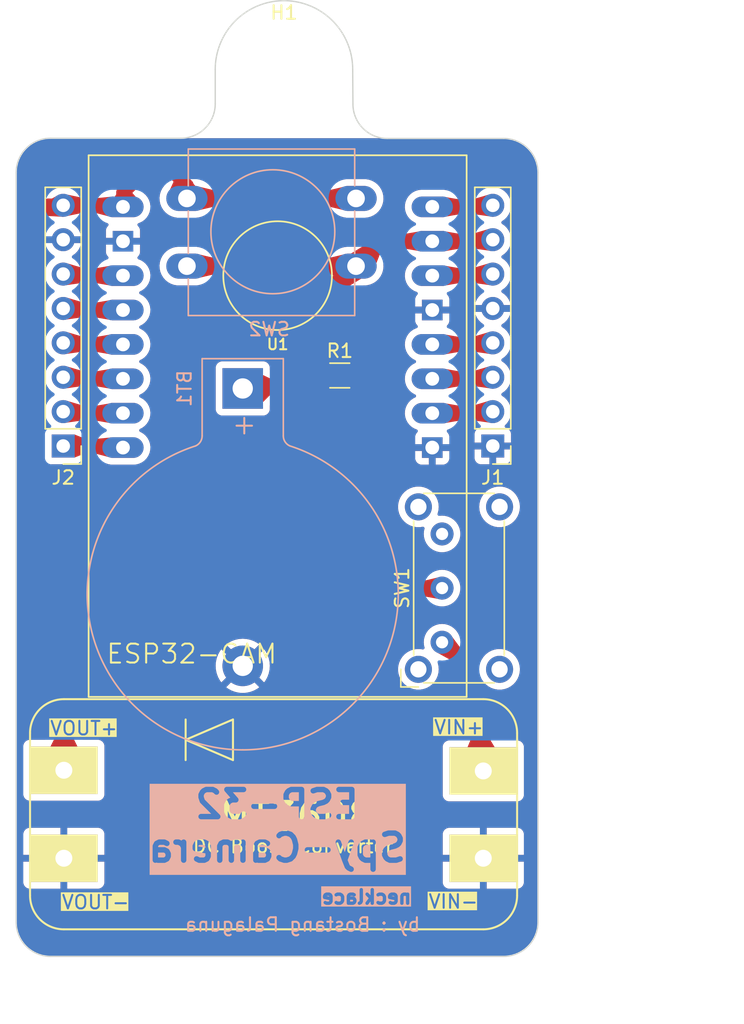
<source format=kicad_pcb>
(kicad_pcb (version 20221018) (generator pcbnew)
  (layers (0 "F.Cu" signal) (31 "B.Cu" signal) (34 "B.Paste" user) (35 "F.Paste" user) (36 "B.SilkS" user "B.Silkscreen") (37 "F.SilkS" user "F.Silkscreen") (38 "B.Mask" user) (39 "F.Mask" user) (44 "Edge.Cuts" user))
  (net 0 "")
  (net 1 "Net-(BT1-+)")
  (net 2 "GND")
  (net 3 "/GPIO1")
  (net 4 "/GPIO3")
  (net 5 "/3V3{slash}5V")
  (net 6 "/GPIO0")
  (net 7 "/GPIO16")
  (net 8 "/3V3")
  (net 9 "/GPIO4")
  (net 10 "/GPIO2")
  (net 11 "/GPIO14")
  (net 12 "/GPIO15")
  (net 13 "/GPIO13")
  (net 14 "/GPIO12")
  (net 15 "VCC")
  (net 16 "/BAT_OUT")
  (footprint "MountingHole:MountingHole_3.2mm_M3" (layer "F.Cu") (at 107.95 49.53)
    (fp_text reference "H1" (at 0 -4.2) (layer "F.SilkS"))
    (fp_text value "MountingHole")
    (pad "" np_thru_hole circle (at 0 0) (size 3.2 3.2) (drill 3.2) (layers "*.Cu" "*.Mask"))
  )
  (footprint "esp32-cam:ESP32-CAM" (layer "F.Cu") (at 107.4815 69.8405 180)
    (fp_text reference "U1" (at 0 0) (layer "F.SilkS") (effects (font (size 0.787402 0.787402))))
    (fp_text value "ESP32-CAM")
    (fp_text user "ESP32-CAM" (at 6.35 -22.86) (layer "F.SilkS") (effects (font (size 1.4 1.4))))
    (fp_line (start -13.97 -26.035) (end -13.97 13.97) (stroke (width 0.127)) (layer "F.SilkS"))
    (fp_line (start -13.97 13.97) (end 13.97 13.97) (stroke (width 0.127)) (layer "F.SilkS"))
    (fp_line (start 13.97 -26.035) (end -13.97 -26.035) (stroke (width 0.127)) (layer "F.SilkS"))
    (fp_line (start 13.97 13.97) (end 13.97 -26.035) (stroke (width 0.127)) (layer "F.SilkS"))
    (fp_circle (center 0 5.08) (end 4.01609 5.08) (stroke (width 0.127)) (fill none) (layer "F.SilkS"))
    (pad "P$1" thru_hole rect (at -11.43 -7.62 180) (size 1.524 1.524) (drill 1.016) (layers "*.Cu" "*.Mask") (net 2 "GND"))
    (pad "P$2" thru_hole oval (at -11.43 -5.08 180) (size 3.048 1.524) (drill 1.016) (layers "*.Cu" "*.Mask") (net 3 "/GPIO1"))
    (pad "P$3" thru_hole oval (at -11.43 -2.54 180) (size 3.048 1.524) (drill 1.016) (layers "*.Cu" "*.Mask") (net 4 "/GPIO3"))
    (pad "P$4" thru_hole oval (at -11.43 0 180) (size 3.048 1.524) (drill 1.016) (layers "*.Cu" "*.Mask") (net 5 "/3V3{slash}5V"))
    (pad "P$5" thru_hole rect (at -11.43 2.54 180) (size 1.524 1.524) (drill 1.016) (layers "*.Cu" "*.Mask") (net 2 "GND"))
    (pad "P$6" thru_hole oval (at -11.43 5.08 180) (size 3.048 1.524) (drill 1.016) (layers "*.Cu" "*.Mask") (net 6 "/GPIO0"))
    (pad "P$7" thru_hole oval (at -11.43 7.62 180) (size 3.048 1.524) (drill 1.016) (layers "*.Cu" "*.Mask") (net 7 "/GPIO16"))
    (pad "P$8" thru_hole oval (at -11.43 10.16 180) (size 3.048 1.524) (drill 1.016) (layers "*.Cu" "*.Mask") (net 8 "/3V3"))
    (pad "P$9" thru_hole oval (at 11.43 10.16 180) (size 3.048 1.524) (drill 1.016) (layers "*.Cu" "*.Mask") (net 15 "VCC"))
    (pad "P$10" thru_hole rect (at 11.43 7.62 180) (size 1.524 1.524) (drill 1.016) (layers "*.Cu" "*.Mask") (net 2 "GND"))
    (pad "P$11" thru_hole oval (at 11.43 5.08 180) (size 3.048 1.524) (drill 1.016) (layers "*.Cu" "*.Mask") (net 14 "/GPIO12"))
    (pad "P$12" thru_hole oval (at 11.43 2.54 180) (size 3.048 1.524) (drill 1.016) (layers "*.Cu" "*.Mask") (net 13 "/GPIO13"))
    (pad "P$13" thru_hole oval (at 11.43 0 180) (size 3.048 1.524) (drill 1.016) (layers "*.Cu" "*.Mask") (net 12 "/GPIO15"))
    (pad "P$14" thru_hole oval (at 11.43 -2.54 180) (size 3.048 1.524) (drill 1.016) (layers "*.Cu" "*.Mask") (net 11 "/GPIO14"))
    (pad "P$15" thru_hole oval (at 11.43 -5.08 180) (size 3.048 1.524) (drill 1.016) (layers "*.Cu" "*.Mask") (net 10 "/GPIO2"))
    (pad "P$16" thru_hole oval (at 11.43 -7.62 180) (size 3.048 1.524) (drill 1.016) (layers "*.Cu" "*.Mask") (net 9 "/GPIO4"))
  )
  (footprint "Connector_PinHeader_2.54mm:PinHeader_1x08_P2.54mm_Vertical" (layer "F.Cu") (at 123.384 77.346 180)
    (fp_text reference "J1" (at 0 -2.33) (layer "F.SilkS"))
    (fp_text value "Conn_01x08")
    (fp_line (start -1.33 -1.33) (end 0 -1.33) (stroke (width 0.12)) (layer "F.SilkS"))
    (fp_line (start -1.33 0) (end -1.33 -1.33) (stroke (width 0.12)) (layer "F.SilkS"))
    (fp_line (start -1.33 1.27) (end -1.33 19.11) (stroke (width 0.12)) (layer "F.SilkS"))
    (fp_line (start -1.33 1.27) (end 1.33 1.27) (stroke (width 0.12)) (layer "F.SilkS"))
    (fp_line (start -1.33 19.11) (end 1.33 19.11) (stroke (width 0.12)) (layer "F.SilkS"))
    (fp_line (start 1.33 1.27) (end 1.33 19.11) (stroke (width 0.12)) (layer "F.SilkS"))
    (pad "1" thru_hole rect (at 0 0 180) (size 1.7 1.7) (drill 1) (layers "*.Cu" "*.Mask") (net 2 "GND"))
    (pad "2" thru_hole oval (at 0 2.54 180) (size 1.7 1.7) (drill 1) (layers "*.Cu" "*.Mask") (net 3 "/GPIO1"))
    (pad "3" thru_hole oval (at 0 5.08 180) (size 1.7 1.7) (drill 1) (layers "*.Cu" "*.Mask") (net 4 "/GPIO3"))
    (pad "4" thru_hole oval (at 0 7.62 180) (size 1.7 1.7) (drill 1) (layers "*.Cu" "*.Mask") (net 5 "/3V3{slash}5V"))
    (pad "5" thru_hole oval (at 0 10.16 180) (size 1.7 1.7) (drill 1) (layers "*.Cu" "*.Mask") (net 2 "GND"))
    (pad "6" thru_hole oval (at 0 12.7 180) (size 1.7 1.7) (drill 1) (layers "*.Cu" "*.Mask") (net 6 "/GPIO0"))
    (pad "7" thru_hole oval (at 0 15.24 180) (size 1.7 1.7) (drill 1) (layers "*.Cu" "*.Mask") (net 7 "/GPIO16"))
    (pad "8" thru_hole oval (at 0 17.78 180) (size 1.7 1.7) (drill 1) (layers "*.Cu" "*.Mask") (net 8 "/3V3"))
  )
  (footprint "Button_Switch_THT:SW_E-Switch_EG1224_SPDT_Angled" (layer "F.Cu") (at 119.6355 91.8415 90)
    (fp_text reference "SW1" (at 4 -2.95 90) (layer "F.SilkS"))
    (fp_text value "SW_SPDT")
    (fp_line (start -3.3 -3.05) (end -2 -3.05) (stroke (width 0.12)) (layer "F.SilkS"))
    (fp_line (start -3.3 -1.75) (end -3.3 -3.05) (stroke (width 0.12)) (layer "F.SilkS"))
    (fp_line (start -3 3.85) (end -3 -1.35) (stroke (width 0.12)) (layer "F.SilkS"))
    (fp_line (start -0.95 -2.1) (end 8.95 -2.1) (stroke (width 0.12)) (layer "F.SilkS"))
    (fp_line (start 8.95 4.6) (end -0.95 4.6) (stroke (width 0.12)) (layer "F.SilkS"))
    (fp_line (start 11 -1.35) (end 11 3.85) (stroke (width 0.12)) (layer "F.SilkS"))
    (pad "" thru_hole circle (at -2 -1.75 90) (size 2 2) (drill 1.2) (layers "*.Cu" "*.Mask"))
    (pad "" thru_hole circle (at -2 4.25 90) (size 2 2) (drill 1.2) (layers "*.Cu" "*.Mask"))
    (pad "" thru_hole circle (at 10 -1.75 90) (size 2 2) (drill 1.2) (layers "*.Cu" "*.Mask"))
    (pad "" thru_hole circle (at 10 4.25 90) (size 2 2) (drill 1.2) (layers "*.Cu" "*.Mask"))
    (pad "1" thru_hole circle (at 0 0 90) (size 1.7 1.7) (drill 0.9) (layers "*.Cu" "*.Mask") (net 16 "/BAT_OUT"))
    (pad "2" thru_hole circle (at 4 0 90) (size 1.7 1.7) (drill 0.9) (layers "*.Cu" "*.Mask") (net 1 "Net-(BT1-+)"))
    (pad "3" thru_hole circle (at 8 0 90) (size 1.7 1.7) (drill 0.9) (layers "*.Cu" "*.Mask"))
  )
  (footprint "Connector_PinHeader_2.54mm:PinHeader_1x08_P2.54mm_Vertical" (layer "F.Cu") (at 91.634 77.346 180)
    (fp_text reference "J2" (at 0 -2.33) (layer "F.SilkS"))
    (fp_text value "Conn_01x08")
    (fp_line (start -1.33 -1.33) (end 0 -1.33) (stroke (width 0.12)) (layer "F.SilkS"))
    (fp_line (start -1.33 0) (end -1.33 -1.33) (stroke (width 0.12)) (layer "F.SilkS"))
    (fp_line (start -1.33 1.27) (end -1.33 19.11) (stroke (width 0.12)) (layer "F.SilkS"))
    (fp_line (start -1.33 1.27) (end 1.33 1.27) (stroke (width 0.12)) (layer "F.SilkS"))
    (fp_line (start -1.33 19.11) (end 1.33 19.11) (stroke (width 0.12)) (layer "F.SilkS"))
    (fp_line (start 1.33 1.27) (end 1.33 19.11) (stroke (width 0.12)) (layer "F.SilkS"))
    (pad "1" thru_hole rect (at 0 0 180) (size 1.7 1.7) (drill 1) (layers "*.Cu" "*.Mask") (net 9 "/GPIO4"))
    (pad "2" thru_hole oval (at 0 2.54 180) (size 1.7 1.7) (drill 1) (layers "*.Cu" "*.Mask") (net 10 "/GPIO2"))
    (pad "3" thru_hole oval (at 0 5.08 180) (size 1.7 1.7) (drill 1) (layers "*.Cu" "*.Mask") (net 11 "/GPIO14"))
    (pad "4" thru_hole oval (at 0 7.62 180) (size 1.7 1.7) (drill 1) (layers "*.Cu" "*.Mask") (net 12 "/GPIO15"))
    (pad "5" thru_hole oval (at 0 10.16 180) (size 1.7 1.7) (drill 1) (layers "*.Cu" "*.Mask") (net 13 "/GPIO13"))
    (pad "6" thru_hole oval (at 0 12.7 180) (size 1.7 1.7) (drill 1) (layers "*.Cu" "*.Mask") (net 14 "/GPIO12"))
    (pad "7" thru_hole oval (at 0 15.24 180) (size 1.7 1.7) (drill 1) (layers "*.Cu" "*.Mask") (net 2 "GND"))
    (pad "8" thru_hole oval (at 0 17.78 180) (size 1.7 1.7) (drill 1) (layers "*.Cu" "*.Mask") (net 15 "VCC"))
  )
  (footprint "MT3608:MT3608_module_v2" (layer "F.Cu") (at 108.682 104.546)
    (fp_text reference "U2" hide)
    (fp_text value "~")
    (fp_text user "VOUT+" (at -15.5194 -6.35) (layer "F.SilkS" knockout))
    (fp_text user "MT3608" (at 0.2032 0.1778) (layer "F.SilkS") (effects (font (size 2 2) (thickness 0.3))))
    (fp_text user "VIN+" (at 12.192 -6.4262) (layer "F.SilkS" knockout))
    (fp_text user "VOUT-" (at -14.6558 6.5) (layer "F.SilkS" knockout))
    (fp_text user "VIN-" (at 11.7856 6.4516) (layer "F.SilkS" knockout))
    (fp_text user "DC Boost Converter" (at -0.0508 2.3622) (layer "F.SilkS"))
    (fp_line (start -19.5 -6) (end -19.5 6) (stroke (width 0.15)) (layer "F.SilkS"))
    (fp_line (start -17 8.5) (end 14 8.5) (stroke (width 0.15)) (layer "F.SilkS"))
    (fp_line (start -8 -7) (end -8 -4) (stroke (width 0.15)) (layer "F.SilkS"))
    (fp_line (start -8 -5.5) (end -4.5 -7) (stroke (width 0.15)) (layer "F.SilkS"))
    (fp_line (start -4.5 -7) (end -4.5 -4) (stroke (width 0.15)) (layer "F.SilkS"))
    (fp_line (start -4.5 -4) (end -8 -5.5) (stroke (width 0.15)) (layer "F.SilkS"))
    (fp_line (start 14 -8.5) (end -17 -8.5) (stroke (width 0.15)) (layer "F.SilkS"))
    (fp_line (start 16.5 6) (end 16.5 -6) (stroke (width 0.15)) (layer "F.SilkS"))
    (fp_arc (start -19.5 -6) (mid -18.767767 -7.767767) (end -17 -8.5) (stroke (width 0.15)) (layer "F.SilkS"))
    (fp_arc (start -17 8.5) (mid -18.767767 7.767767) (end -19.5 6) (stroke (width 0.15)) (layer "F.SilkS"))
    (fp_arc (start 14 -8.5) (mid 15.767767 -7.767767) (end 16.5 -6) (stroke (width 0.15)) (layer "F.SilkS"))
    (fp_arc (start 16.5 6) (mid 15.767767 7.767767) (end 14 8.5) (stroke (width 0.15)) (layer "F.SilkS"))
    (pad "1" thru_hole rect (at 14 -3.2 180) (size 5 3.5) (drill 1.25) (layers "*.Cu" "*.Mask" "F.SilkS") (net 16 "/BAT_OUT"))
    (pad "2" thru_hole rect (at 14 3.25 180) (size 5 3.5) (drill 1.25) (layers "*.Cu" "*.Mask" "F.SilkS") (net 2 "GND"))
    (pad "3" thru_hole rect (at -17 3.25 180) (size 5 3.5) (drill 1.25) (layers "*.Cu" "*.Mask" "F.SilkS") (net 2 "GND"))
    (pad "4" thru_hole rect (at -17 -3.25 180) (size 5 3.5) (drill 1.25) (layers "*.Cu" "*.Mask" "F.SilkS") (net 15 "VCC"))
  )
  (footprint "Resistor_SMD:R_1206_3216Metric" (layer "F.Cu") (at 112.0755 72.136)
    (fp_text reference "R1" (at 0 -1.82) (layer "F.SilkS"))
    (fp_text value "10k")
    (fp_line (start -0.727064 -0.91) (end 0.727064 -0.91) (stroke (width 0.12)) (layer "F.SilkS"))
    (fp_line (start -0.727064 0.91) (end 0.727064 0.91) (stroke (width 0.12)) (layer "F.SilkS"))
    (pad "1" smd roundrect (at -1.4625 0) (size 1.125 1.75) (layers "F.Cu" "F.Paste" "F.Mask") (roundrect_rratio 0.2222222222) (net 7 "/GPIO16"))
    (pad "2" smd roundrect (at 1.4625 0) (size 1.125 1.75) (layers "F.Cu" "F.Paste" "F.Mask") (roundrect_rratio 0.2222222222) (net 2 "GND"))
  )
  (footprint "Battery:BatteryHolder_Keystone_103_1x20mm" (layer "B.Cu") (at 104.902 73.094 -90)
    (fp_text reference "BT1" (at 0 4.3 90) (layer "B.SilkS") (effects (justify mirror)))
    (fp_text value "Battery")
    (fp_text user "+" (at 2.75 0 90) (layer "B.SilkS") (effects (font (size 1.5 1.5)) (justify mirror)))
    (fp_line (start -2.2 -3) (end -2.2 3) (stroke (width 0.12)) (layer "B.SilkS"))
    (fp_line (start -2.2 -3) (end 3.5 -3) (stroke (width 0.12)) (layer "B.SilkS"))
    (fp_line (start -2.2 3) (end 3.5 3) (stroke (width 0.12)) (layer "B.SilkS"))
    (fp_arc (start 3.5 3) (mid 3.950694 3.136459) (end 4.25 3.5) (stroke (width 0.12)) (layer "B.SilkS"))
    (fp_arc (start 4.25 -3.5) (mid 3.950694 -3.136459) (end 3.5 -3) (stroke (width 0.12)) (layer "B.SilkS"))
    (fp_arc (start 4.25 -3.5) (mid 16.971103 -11.358466) (end 26.695671 0) (stroke (width 0.12)) (layer "B.SilkS"))
    (fp_arc (start 26.695671 0) (mid 16.971103 11.358466) (end 4.25 3.5) (stroke (width 0.12)) (layer "B.SilkS"))
    (pad "1" thru_hole rect (at 0 0 270) (size 3 3) (drill 1.5) (layers "*.Cu" "*.Mask") (net 1 "Net-(BT1-+)"))
    (pad "2" thru_hole circle (at 20.49 0 270) (size 3 3) (drill 1.5) (layers "*.Cu" "*.Mask") (net 2 "GND"))
  )
  (footprint "Button_Switch_THT:SW_PUSH-12mm" (layer "B.Cu") (at 100.778 64.058)
    (fp_text reference "SW2" (at 6.08 4.66) (layer "B.SilkS") (effects (justify mirror)))
    (fp_text value "SW_Push")
    (fp_line (start 0.1 -8.65) (end 0.1 -5.93) (stroke (width 0.12)) (layer "B.SilkS"))
    (fp_line (start 0.1 -4.07) (end 0.1 -0.93) (stroke (width 0.12)) (layer "B.SilkS"))
    (fp_line (start 0.1 0.93) (end 0.1 3.65) (stroke (width 0.12)) (layer "B.SilkS"))
    (fp_line (start 0.1 3.65) (end 12.4 3.65) (stroke (width 0.12)) (layer "B.SilkS"))
    (fp_line (start 12.4 -8.65) (end 0.1 -8.65) (stroke (width 0.12)) (layer "B.SilkS"))
    (fp_line (start 12.4 -5.93) (end 12.4 -8.65) (stroke (width 0.12)) (layer "B.SilkS"))
    (fp_line (start 12.4 -0.93) (end 12.4 -4.07) (stroke (width 0.12)) (layer "B.SilkS"))
    (fp_line (start 12.4 3.65) (end 12.4 0.93) (stroke (width 0.12)) (layer "B.SilkS"))
    (fp_circle (center 6.35 -2.54) (end 10.16 -5.08) (stroke (width 0.12)) (fill none) (layer "B.SilkS"))
    (pad "1" thru_hole oval (at 0 0) (size 3.048 1.85) (drill 1.3) (layers "*.Cu" "*.Mask") (net 7 "/GPIO16"))
    (pad "1" thru_hole oval (at 12.5 0) (size 3.048 1.85) (drill 1.3) (layers "*.Cu" "*.Mask") (net 7 "/GPIO16"))
    (pad "2" thru_hole oval (at 0 -5) (size 3.048 1.85) (drill 1.3) (layers "*.Cu" "*.Mask") (net 15 "VCC"))
    (pad "2" thru_hole oval (at 12.5 -5) (size 3.048 1.85) (drill 1.3) (layers "*.Cu" "*.Mask") (net 15 "VCC"))
  )
  (gr_arc (start 90.696051 115.043949) (mid 88.9 114.3) (end 88.156051 112.503949) (stroke (width 0.1)) (layer "Edge.Cuts"))
  (gr_arc (start 126.727949 112.503949) (mid 125.984 114.3) (end 124.187949 115.043949) (stroke (width 0.1)) (layer "Edge.Cuts"))
  (gr_arc (start 115.588051 54.628051) (mid 113.792 53.884102) (end 113.048051 52.088051) (stroke (width 0.1)) (layer "Edge.Cuts"))
  (gr_line (start 126.727949 57.168051) (end 126.727949 112.503949) (stroke (width 0.1)) (layer "Edge.Cuts"))
  (gr_arc (start 124.187949 54.628051) (mid 125.984 55.372) (end 126.727949 57.168051) (stroke (width 0.1)) (layer "Edge.Cuts"))
  (gr_line (start 100.33 54.61) (end 90.696051 54.61) (stroke (width 0.1)) (layer "Edge.Cuts"))
  (gr_line (start 124.187949 115.043949) (end 90.696051 115.043949) (stroke (width 0.1)) (layer "Edge.Cuts"))
  (gr_arc (start 102.87 49.53) (mid 107.95 44.45) (end 113.03 49.53) (stroke (width 0.1)) (layer "Edge.Cuts"))
  (gr_line (start 113.048051 52.088051) (end 113.03 49.53) (stroke (width 0.1)) (layer "Edge.Cuts"))
  (gr_line (start 88.156051 112.503949) (end 88.156051 57.15) (stroke (width 0.1)) (layer "Edge.Cuts"))
  (gr_arc (start 88.156051 57.15) (mid 88.9 55.353949) (end 90.696051 54.61) (stroke (width 0.1)) (layer "Edge.Cuts"))
  (gr_line (start 124.187949 54.628051) (end 115.588051 54.628051) (stroke (width 0.1)) (layer "Edge.Cuts"))
  (gr_arc (start 102.87 52.07) (mid 102.126051 53.866051) (end 100.33 54.61) (stroke (width 0.1)) (layer "Edge.Cuts"))
  (gr_line (start 102.87 52.07) (end 102.87 49.53) (stroke (width 0.1)) (layer "Edge.Cuts"))
  (gr_text "by : Bostang Palaguna" (at 118.11 113.284) (layer "B.SilkS") (effects (font (size 1 1)) (justify left bottom mirror)))
  (gr_text "necklace" (at 114.046 111.252) (layer "B.SilkS" knockout) (effects (font (size 1 1) (thickness 0.25) bold) (justify bottom mirror)))
  (gr_text "ESP-32\nSpy-Camera" (at 107.442 108.204) (layer "B.SilkS" knockout) (effects (font (size 2 2) (thickness 0.4) bold) (justify bottom mirror)))
  (segment (start 112.522 84.582) (end 115.824 87.884) (width 1) (layer "F.Cu") (net 1))
  (segment (start 107.384 73.094) (end 112.522 78.232) (width 1) (layer "F.Cu") (net 1))
  (segment (start 115.824 87.884) (end 119.593 87.884) (width 1) (layer "F.Cu") (net 1))
  (segment (start 104.902 73.094) (end 107.384 73.094) (width 1) (layer "F.Cu") (net 1))
  (segment (start 119.593 87.884) (end 119.6355 87.8415) (width 1) (layer "F.Cu") (net 1))
  (segment (start 112.522 78.232) (end 112.522 84.582) (width 1) (layer "F.Cu") (net 1))
  (segment (start 118.9115 74.9205) (end 123.2695 74.9205) (width 1) (layer "F.Cu") (net 3))
  (segment (start 123.2695 74.9205) (end 123.384 74.806) (width 1) (layer "F.Cu") (net 3))
  (segment (start 118.9115 72.3805) (end 123.2695 72.3805) (width 1) (layer "F.Cu") (net 4))
  (segment (start 123.2695 72.3805) (end 123.384 72.266) (width 1) (layer "F.Cu") (net 4))
  (segment (start 123.2695 69.8405) (end 123.384 69.726) (width 1) (layer "F.Cu") (net 5))
  (segment (start 118.9115 69.8405) (end 123.2695 69.8405) (width 1) (layer "F.Cu") (net 5))
  (segment (start 118.9115 64.7605) (end 123.2695 64.7605) (width 1) (layer "F.Cu") (net 6))
  (segment (start 123.2695 64.7605) (end 123.384 64.646) (width 1) (layer "F.Cu") (net 6))
  (segment (start 123.2695 62.2205) (end 123.384 62.106) (width 1) (layer "F.Cu") (net 7))
  (segment (start 118.9115 62.2205) (end 123.2695 62.2205) (width 1) (layer "F.Cu") (net 7))
  (segment (start 110.613 72.136) (end 110.613 66.723) (width 1) (layer "F.Cu") (net 7))
  (segment (start 115.1155 62.2205) (end 113.278 64.058) (width 1) (layer "F.Cu") (net 7))
  (segment (start 118.9115 62.2205) (end 115.1155 62.2205) (width 1) (layer "F.Cu") (net 7))
  (segment (start 110.613 66.723) (end 113.278 64.058) (width 1) (layer "F.Cu") (net 7))
  (segment (start 113.278 64.058) (end 100.778 64.058) (width 1) (layer "F.Cu") (net 7))
  (segment (start 123.2695 59.6805) (end 123.384 59.566) (width 1) (layer "F.Cu") (net 8))
  (segment (start 118.9115 59.6805) (end 123.2695 59.6805) (width 1) (layer "F.Cu") (net 8))
  (segment (start 95.937 77.346) (end 96.0515 77.4605) (width 1) (layer "F.Cu") (net 9))
  (segment (start 91.634 77.346) (end 95.937 77.346) (width 1) (layer "F.Cu") (net 9))
  (segment (start 91.7485 74.9205) (end 91.634 74.806) (width 1) (layer "F.Cu") (net 10))
  (segment (start 96.0515 74.9205) (end 91.7485 74.9205) (width 1) (layer "F.Cu") (net 10))
  (segment (start 96.0515 72.3805) (end 91.7485 72.3805) (width 1) (layer "F.Cu") (net 11))
  (segment (start 91.7485 72.3805) (end 91.634 72.266) (width 1) (layer "F.Cu") (net 11))
  (segment (start 91.7485 69.8405) (end 91.634 69.726) (width 1) (layer "F.Cu") (net 12))
  (segment (start 96.0515 69.8405) (end 91.7485 69.8405) (width 1) (layer "F.Cu") (net 12))
  (segment (start 91.7485 67.3005) (end 91.634 67.186) (width 1) (layer "F.Cu") (net 13))
  (segment (start 96.0515 67.3005) (end 91.7485 67.3005) (width 1) (layer "F.Cu") (net 13))
  (segment (start 96.0515 64.7605) (end 91.7485 64.7605) (width 1) (layer "F.Cu") (net 14))
  (segment (start 91.7485 64.7605) (end 91.634 64.646) (width 1) (layer "F.Cu") (net 14))
  (segment (start 89.662 94.488) (end 91.694 96.52) (width 1) (layer "F.Cu") (net 15))
  (segment (start 95.937 59.566) (end 96.0515 59.6805) (width 1) (layer "F.Cu") (net 15))
  (segment (start 100.778 59.058) (end 113.278 59.058) (width 1) (layer "F.Cu") (net 15))
  (segment (start 99.568 56.896) (end 100.778 58.106) (width 1) (layer "F.Cu") (net 15))
  (segment (start 100.778 58.106) (end 100.778 59.058) (width 1) (layer "F.Cu") (net 15))
  (segment (start 91.634 59.566) (end 95.937 59.566) (width 1) (layer "F.Cu") (net 15))
  (segment (start 96.0515 59.6805) (end 96.0515 58.6345) (width 1) (layer "F.Cu") (net 15))
  (segment (start 91.694 101.284) (end 91.682 101.296) (width 1) (layer "F.Cu") (net 15))
  (segment (start 89.662 60.452) (end 89.662 94.488) (width 1) (layer "F.Cu") (net 15))
  (segment (start 91.694 96.52) (end 91.694 101.284) (width 1) (layer "F.Cu") (net 15))
  (segment (start 97.79 56.896) (end 99.568 56.896) (width 1) (layer "F.Cu") (net 15))
  (segment (start 90.548 59.566) (end 89.662 60.452) (width 1) (layer "F.Cu") (net 15))
  (segment (start 96.0515 58.6345) (end 97.79 56.896) (width 1) (layer "F.Cu") (net 15))
  (segment (start 91.634 59.566) (end 90.548 59.566) (width 1) (layer "F.Cu") (net 15))
  (segment (start 119.6355 91.8415) (end 119.7815 91.8415) (width 1) (layer "F.Cu") (net 16))
  (segment (start 122.428 97.79) (end 122.428 101.092) (width 1) (layer "F.Cu") (net 16))
  (segment (start 122.428 101.092) (end 122.682 101.346) (width 1) (layer "F.Cu") (net 16))
  (segment (start 121.412 93.472) (end 121.412 96.774) (width 1) (layer "F.Cu") (net 16))
  (segment (start 121.412 96.774) (end 122.428 97.79) (width 1) (layer "F.Cu") (net 16))
  (segment (start 119.7815 91.8415) (end 121.412 93.472) (width 1) (layer "F.Cu") (net 16))
  (zone (net 2) (net_name "GND") (layers "F&B.Cu") (connect_pads (clearance 0.5)) (min_thickness 0.25) (fill yes (thermal_gap 0.5) (thermal_bridge_width 0.5))
    (polygon (pts (xy 88.138 54.61) (xy 126.746 54.61) (xy 126.746 115.062) (xy 88.138 115.062)))
  )
)
</source>
